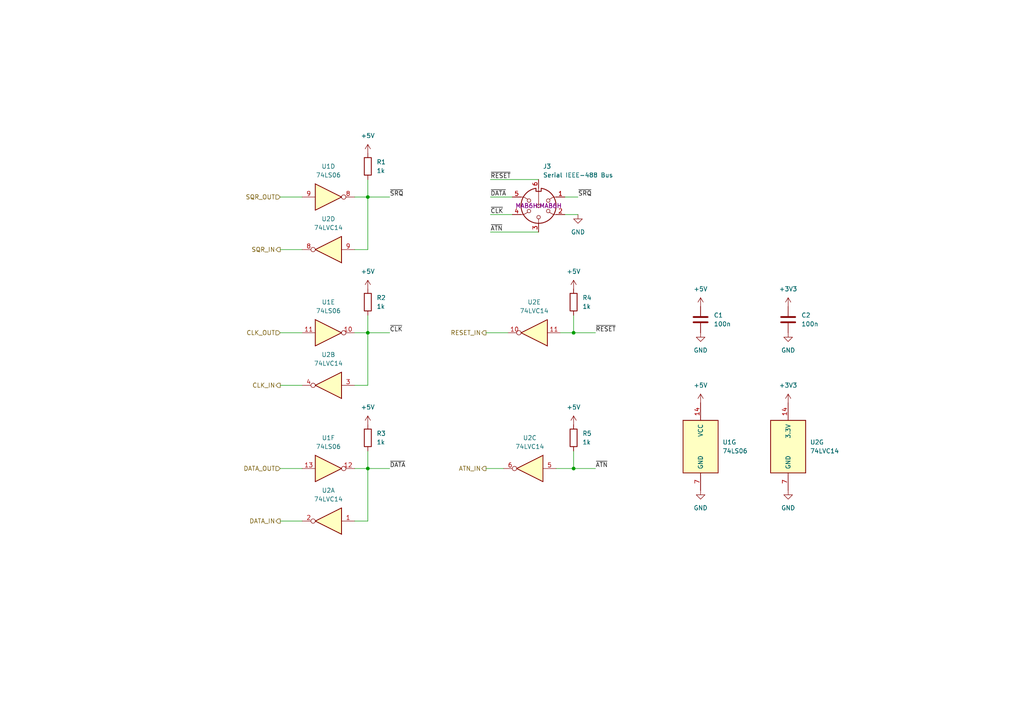
<source format=kicad_sch>
(kicad_sch (version 20211123) (generator eeschema)
  (paper "A4")
  (title_block (title "FPGA - C64 Floppy drive interface board") (date "2022-09-14") (rev "1") (company "Weisz Pál"))
  (lib_symbols
    (symbol "74xx:74LS06" (pin_names (offset 1.016))
      (property "Reference" "U" (at 0 1.27 0))
      (property "Value" "74LS06" (at 0 -1.27 0))
      (symbol "74LS06_1_0"
        (polyline (pts (xy -3.81 3.81) (xy -3.81 -3.81) (xy 3.81 0) (xy -3.81 3.81)) (stroke (width 0.254)) (fill (type background)))
        (pin input line (at -7.62 0 0) (length 3.81) (name "~") (number "1"))
        (pin open_collector inverted (at 7.62 0 180) (length 3.81) (name "~") (number "2"))
      )
      (symbol "74LS06_2_0"
        (polyline (pts (xy -3.81 3.81) (xy -3.81 -3.81) (xy 3.81 0) (xy -3.81 3.81)) (stroke (width 0.254)) (fill (type background)))
        (pin input line (at -7.62 0 0) (length 3.81) (name "~") (number "3"))
        (pin open_collector inverted (at 7.62 0 180) (length 3.81) (name "~") (number "4"))
      )
      (symbol "74LS06_3_0"
        (polyline (pts (xy -3.81 3.81) (xy -3.81 -3.81) (xy 3.81 0) (xy -3.81 3.81)) (stroke (width 0.254)) (fill (type background)))
        (pin input line (at -7.62 0 0) (length 3.81) (name "~") (number "5"))
        (pin open_collector inverted (at 7.62 0 180) (length 3.81) (name "~") (number "6"))
      )
      (symbol "74LS06_4_0"
        (polyline (pts (xy -3.81 3.81) (xy -3.81 -3.81) (xy 3.81 0) (xy -3.81 3.81)) (stroke (width 0.254)) (fill (type background)))
        (pin open_collector inverted (at 7.62 0 180) (length 3.81) (name "~") (number "8"))
        (pin input line (at -7.62 0 0) (length 3.81) (name "~") (number "9"))
      )
      (symbol "74LS06_5_0"
        (polyline (pts (xy -3.81 3.81) (xy -3.81 -3.81) (xy 3.81 0) (xy -3.81 3.81)) (stroke (width 0.254)) (fill (type background)))
        (pin open_collector inverted (at 7.62 0 180) (length 3.81) (name "~") (number "10"))
        (pin input line (at -7.62 0 0) (length 3.81) (name "~") (number "11"))
      )
      (symbol "74LS06_6_0"
        (polyline (pts (xy -3.81 3.81) (xy -3.81 -3.81) (xy 3.81 0) (xy -3.81 3.81)) (stroke (width 0.254)) (fill (type background)))
        (pin open_collector inverted (at 7.62 0 180) (length 3.81) (name "~") (number "12"))
        (pin input line (at -7.62 0 0) (length 3.81) (name "~") (number "13"))
      )
      (symbol "74LS06_7_0"
        (pin power_in line (at 0 12.7 270) (length 5.08) (name "VCC") (number "14"))
        (pin power_in line (at 0 -12.7 90) (length 5.08) (name "GND") (number "7"))
      )
      (symbol "74LS06_7_1"
        (rectangle (start -5.08 7.62) (end 5.08 -7.62) (stroke (width 0.254)) (fill (type background)))
      )
    )
    (symbol "74xx:74LV14" (pin_names (offset 1.016))
      (property "Reference" "U" (at 0 1.27 0))
      (property "Value" "74LV14" (at 0 -1.27 0))
      (symbol "74LV14_1_0"
        (polyline (pts (xy -3.81 3.81) (xy -3.81 -3.81) (xy 3.81 0) (xy -3.81 3.81)) (stroke (width 0.254)) (fill (type background)))
        (pin input line (at -7.62 0 0) (length 3.81) (name "~") (number "1"))
        (pin output inverted (at 7.62 0 180) (length 3.81) (name "~") (number "2"))
      )
      (symbol "74LV14_2_0"
        (polyline (pts (xy -3.81 3.81) (xy -3.81 -3.81) (xy 3.81 0) (xy -3.81 3.81)) (stroke (width 0.254)) (fill (type background)))
        (pin input line (at -7.62 0 0) (length 3.81) (name "~") (number "3"))
        (pin output inverted (at 7.62 0 180) (length 3.81) (name "~") (number "4"))
      )
      (symbol "74LV14_3_0"
        (polyline (pts (xy -3.81 3.81) (xy -3.81 -3.81) (xy 3.81 0) (xy -3.81 3.81)) (stroke (width 0.254)) (fill (type background)))
        (pin input line (at -7.62 0 0) (length 3.81) (name "~") (number "5"))
        (pin output inverted (at 7.62 0 180) (length 3.81) (name "~") (number "6"))
      )
      (symbol "74LV14_4_0"
        (polyline (pts (xy -3.81 3.81) (xy -3.81 -3.81) (xy 3.81 0) (xy -3.81 3.81)) (stroke (width 0.254)) (fill (type background)))
        (pin output inverted (at 7.62 0 180) (length 3.81) (name "~") (number "8"))
        (pin input line (at -7.62 0 0) (length 3.81) (name "~") (number "9"))
      )
      (symbol "74LV14_5_0"
        (polyline (pts (xy -3.81 3.81) (xy -3.81 -3.81) (xy 3.81 0) (xy -3.81 3.81)) (stroke (width 0.254)) (fill (type background)))
        (pin output inverted (at 7.62 0 180) (length 3.81) (name "~") (number "10"))
        (pin input line (at -7.62 0 0) (length 3.81) (name "~") (number "11"))
      )
      (symbol "74LV14_6_0"
        (polyline (pts (xy -3.81 3.81) (xy -3.81 -3.81) (xy 3.81 0) (xy -3.81 3.81)) (stroke (width 0.254)) (fill (type background)))
        (pin output inverted (at 7.62 0 180) (length 3.81) (name "~") (number "12"))
        (pin input line (at -7.62 0 0) (length 3.81) (name "~") (number "13"))
      )
      (symbol "74LV14_7_0"
        (pin power_in line (at 0 12.7 270) (length 5.08) (name "3.3V") (number "14"))
        (pin power_in line (at 0 -12.7 90) (length 5.08) (name "GND") (number "7"))
      )
      (symbol "74LV14_7_1"
        (rectangle (start -5.08 7.62) (end 5.08 -7.62) (stroke (width 0.254)) (fill (type background)))
      )
    )
    (symbol "Connector:DIN-6" (pin_names (offset 1.016))
      (property "Reference" "J" (at 3.175 5.715 0))
      (property "Value" "DIN-6" (at 4.445 -4.445 0))
      (symbol "DIN-6_0_1"
        (arc (start -5.08 0) (mid -3.8597 -3.3379) (end -0.762 -5.08) (stroke (width 0.254)))
        (circle (center -2.794 -1.524) (radius 0.508))
        (circle (center -2.794 1.524) (radius 0.508))
        (polyline (pts (xy 0 -5.08) (xy 0 -0.508)))
        (polyline (pts (xy 0 5.08) (xy 0 3.81)))
        (polyline (pts (xy -5.08 -2.54) (xy -4.318 -2.54) (xy -3.175 -1.905)))
        (polyline (pts (xy -5.08 2.54) (xy -4.318 2.54) (xy -3.175 1.905)))
        (polyline (pts (xy 5.08 -2.54) (xy 4.318 -2.54) (xy 3.175 -1.905)))
        (polyline (pts (xy 5.08 2.54) (xy 4.318 2.54) (xy 3.175 1.905)))
        (polyline (pts (xy -0.762 -4.953) (xy -0.762 -4.191) (xy 0.762 -4.191) (xy 0.762 -4.953)) (stroke (width 0.254)))
        (circle (center 0 0) (radius 0.508))
        (circle (center 0 3.302) (radius 0.508))
        (arc (start 0.762 -5.08) (mid 3.8673 -3.3444) (end 5.08 0) (stroke (width 0.254)))
        (circle (center 2.794 -1.524) (radius 0.508))
        (circle (center 2.794 1.524) (radius 0.508))
        (arc (start 5.08 0) (mid 0 5.08) (end -5.08 0) (stroke (width 0.254)))
      )
      (symbol "DIN-6_1_1"
        (pin passive line (at -7.62 -2.54 0) (length 2.54) (name "~") (number "1"))
        (pin passive line (at -7.62 2.54 0) (length 2.54) (name "~") (number "2"))
        (pin passive line (at 0 7.62 270) (length 2.54) (name "~") (number "3"))
        (pin passive line (at 7.62 2.54 180) (length 2.54) (name "~") (number "4"))
        (pin passive line (at 7.62 -2.54 180) (length 2.54) (name "~") (number "5"))
        (pin passive line (at 0 -7.62 90) (length 2.54) (name "~") (number "6"))
      )
    )
    (symbol "Device:C" (pin_numbers hide) (pin_names (offset 0.254))
      (property "Reference" "C" (at 0.635 2.54 0))
      (property "Value" "C" (at 0.635 -2.54 0))
      (symbol "C_0_1"
        (polyline (pts (xy -2.032 -0.762) (xy 2.032 -0.762)) (stroke (width 0.508)))
        (polyline (pts (xy -2.032 0.762) (xy 2.032 0.762)) (stroke (width 0.508)))
      )
      (symbol "C_1_1"
        (pin passive line (at 0 3.81 270) (length 2.794) (name "~") (number "1"))
        (pin passive line (at 0 -3.81 90) (length 2.794) (name "~") (number "2"))
      )
    )
    (symbol "Device:R" (pin_numbers hide) (pin_names (offset 0))
      (property "Reference" "R" (at 2.032 0 90))
      (property "Value" "R" (at 0 0 90))
      (symbol "R_0_1"
        (rectangle (start -1.016 -2.54) (end 1.016 2.54) (stroke (width 0.254)))
      )
      (symbol "R_1_1"
        (pin passive line (at 0 3.81 270) (length 1.27) (name "~") (number "1"))
        (pin passive line (at 0 -3.81 90) (length 1.27) (name "~") (number "2"))
      )
    )
    (symbol "power:+3V3" (power) (pin_names (offset 0))
      (property "Value" "+3V3" (at 0 3.556 0))
      (symbol "+3V3_0_1"
        (polyline (pts (xy -0.762 1.27) (xy 0 2.54)))
        (polyline (pts (xy 0 0) (xy 0 2.54)))
        (polyline (pts (xy 0 2.54) (xy 0.762 1.27)))
      )
      (symbol "+3V3_1_1"
        (pin power_in line (at 0 0 90) (length 0) hide (name "+3V3") (number "1"))
      )
    )
    (symbol "power:+5V" (power) (pin_names (offset 0))
      (property "Value" "+5V" (at 0 3.556 0))
      (symbol "+5V_0_1"
        (polyline (pts (xy -0.762 1.27) (xy 0 2.54)))
        (polyline (pts (xy 0 0) (xy 0 2.54)))
        (polyline (pts (xy 0 2.54) (xy 0.762 1.27)))
      )
      (symbol "+5V_1_1"
        (pin power_in line (at 0 0 90) (length 0) hide (name "+5V") (number "1"))
      )
    )
    (symbol "power:GND" (power) (pin_names (offset 0))
      (property "Value" "GND" (at 0 -3.81 0))
      (symbol "GND_0_1"
        (polyline (pts (xy 0 0) (xy 0 -1.27) (xy 1.27 -1.27) (xy 0 -2.54) (xy -1.27 -1.27) (xy 0 -1.27)))
      )
      (symbol "GND_1_1"
        (pin power_in line (at 0 0 270) (length 0) hide (name "GND") (number "1"))
      )
    )
  )
  (junction (at 166.37 135.89))
  (junction (at 106.68 96.52))
  (junction (at 106.68 135.89))
  (junction (at 106.68 57.15))
  (junction (at 166.37 96.52))
  (wire (pts (xy 163.83 62.23) (xy 167.64 62.23)))
  (wire (pts (xy 81.28 72.39) (xy 87.63 72.39)))
  (wire (pts (xy 106.68 72.39) (xy 106.68 57.15)))
  (wire (pts (xy 87.63 151.13) (xy 81.28 151.13)))
  (wire (pts (xy 167.64 57.15) (xy 163.83 57.15)))
  (wire (pts (xy 106.68 96.52) (xy 113.03 96.52)))
  (wire (pts (xy 81.28 96.52) (xy 87.63 96.52)))
  (wire (pts (xy 142.24 57.15) (xy 148.59 57.15)))
  (wire (pts (xy 81.28 57.15) (xy 87.63 57.15)))
  (wire (pts (xy 142.24 52.07) (xy 156.21 52.07)))
  (wire (pts (xy 161.29 135.89) (xy 166.37 135.89)))
  (wire (pts (xy 140.97 96.52) (xy 147.32 96.52)))
  (wire (pts (xy 146.05 135.89) (xy 140.97 135.89)))
  (wire (pts (xy 106.68 130.81) (xy 106.68 135.89)))
  (wire (pts (xy 166.37 96.52) (xy 172.72 96.52)))
  (wire (pts (xy 102.87 72.39) (xy 106.68 72.39)))
  (wire (pts (xy 162.56 96.52) (xy 166.37 96.52)))
  (wire (pts (xy 87.63 111.76) (xy 81.28 111.76)))
  (wire (pts (xy 142.24 62.23) (xy 148.59 62.23)))
  (wire (pts (xy 106.68 151.13) (xy 106.68 135.89)))
  (wire (pts (xy 106.68 57.15) (xy 113.03 57.15)))
  (wire (pts (xy 106.68 52.07) (xy 106.68 57.15)))
  (wire (pts (xy 106.68 96.52) (xy 106.68 111.76)))
  (wire (pts (xy 166.37 130.81) (xy 166.37 135.89)))
  (wire (pts (xy 166.37 91.44) (xy 166.37 96.52)))
  (wire (pts (xy 106.68 135.89) (xy 113.03 135.89)))
  (wire (pts (xy 102.87 135.89) (xy 106.68 135.89)))
  (wire (pts (xy 166.37 135.89) (xy 172.72 135.89)))
  (wire (pts (xy 106.68 91.44) (xy 106.68 96.52)))
  (wire (pts (xy 156.21 67.31) (xy 142.24 67.31)))
  (wire (pts (xy 102.87 151.13) (xy 106.68 151.13)))
  (wire (pts (xy 102.87 96.52) (xy 106.68 96.52)))
  (wire (pts (xy 102.87 57.15) (xy 106.68 57.15)))
  (wire (pts (xy 106.68 111.76) (xy 102.87 111.76)))
  (wire (pts (xy 81.28 135.89) (xy 87.63 135.89)))
  (label "~{RESET}" (at 172.72 96.52 0))
  (label "~{CLK}" (at 142.24 62.23 0))
  (label "~{RESET}" (at 142.24 52.07 0))
  (label "~{ATN}" (at 172.72 135.89 0))
  (label "~{DATA}" (at 113.03 135.89 0))
  (label "~{SRQ}" (at 167.64 57.15 0))
  (label "~{SRQ}" (at 113.03 57.15 0))
  (label "~{DATA}" (at 142.24 57.15 0))
  (label "~{ATN}" (at 142.24 67.31 0))
  (label "~{CLK}" (at 113.03 96.52 0))
  (hierarchical_label "CLK_OUT" (shape input) (at 81.28 96.52 180))
  (hierarchical_label "RESET_IN" (shape output) (at 140.97 96.52 180))
  (hierarchical_label "CLK_IN" (shape output) (at 81.28 111.76 180))
  (hierarchical_label "SQR_OUT" (shape input) (at 81.28 57.15 180))
  (hierarchical_label "ATN_IN" (shape output) (at 140.97 135.89 180))
  (hierarchical_label "DATA_IN" (shape output) (at 81.28 151.13 180))
  (hierarchical_label "SQR_IN" (shape output) (at 81.28 72.39 180))
  (hierarchical_label "DATA_OUT" (shape input) (at 81.28 135.89 180))
  (symbol (lib_id "power:GND") (at 203.2 96.52 0) (unit 1)
    (property "Reference" "#PWR023" (effects hide))
    (property "Value" "GND" (at 203.2 101.6 0))
  )
  (symbol (lib_id "power:+5V") (at 106.68 83.82 0) (unit 1)
    (property "Reference" "#PWR017" (effects hide))
    (property "Value" "+5V" (at 106.68 78.74 0))
  )
  (symbol (lib_id "74xx:74LS06") (at 95.25 57.15 0) (unit 4)
    (property "Reference" "U1" (at 95.25 48.26 0))
    (property "Value" "74LS06" (at 95.25 50.8 0))
    (property "Footprint" "Package_SO:SOIC-14_3.9x8.7mm_P1.27mm" (effects hide))
    (property "Datasheet" "http://www.ti.com/lit/gpn/sn74LS06" (effects hide))
  )
  (symbol (lib_id "power:GND") (at 203.2 142.24 0) (unit 1)
    (property "Reference" "#PWR025" (effects hide))
    (property "Value" "GND" (at 203.2 147.32 0))
  )
  (symbol (lib_id "74xx:74LS06") (at 95.25 135.89 0) (unit 6)
    (property "Reference" "U1" (at 95.25 127 0))
    (property "Value" "74LS06" (at 95.25 129.54 0))
    (property "Footprint" "Package_SO:SOIC-14_3.9x8.7mm_P1.27mm" (effects hide))
    (property "Datasheet" "http://www.ti.com/lit/gpn/sn74LS06" (effects hide))
  )
  (symbol (lib_id "power:GND") (at 228.6 142.24 0) (unit 1)
    (property "Reference" "#PWR029" (effects hide))
    (property "Value" "GND" (at 228.6 147.32 0))
  )
  (symbol (lib_id "power:+3V3") (at 228.6 116.84 0) (unit 1)
    (property "Reference" "#PWR028" (effects hide))
    (property "Value" "+3V3" (at 228.6 111.76 0))
  )
  (symbol (lib_id "Device:C") (at 228.6 92.71 0) (unit 1)
    (property "Reference" "C2" (at 232.41 91.4399 0) (effects (justify left)))
    (property "Value" "100n" (at 232.41 93.9799 0) (effects (justify left)))
    (property "Footprint" "Capacitor_SMD:C_0805_2012Metric_Pad1.18x1.45mm_HandSolder" (effects hide))
  )
  (symbol (lib_id "power:+5V") (at 106.68 123.19 0) (unit 1)
    (property "Reference" "#PWR018" (effects hide))
    (property "Value" "+5V" (at 106.68 118.11 0))
  )
  (symbol (lib_id "Connector:DIN-6") (at 156.21 59.69 180) (unit 1)
    (property "Reference" "J3" (at 157.48 48.26 0) (effects (justify right)))
    (property "Value" "Serial IEEE-488 Bus" (at 157.48 50.8 0) (effects (justify right)))
    (property "Footprint" "MAB6H:MAB6H" (at 156.21 59.69 0))
    (property "Datasheet" "http://www.mouser.com/ds/2/18/40_c091_abd_e-75918.pdf" (effects hide))
  )
  (symbol (lib_id "74xx:74LS06") (at 95.25 96.52 0) (unit 5)
    (property "Reference" "U1" (at 95.25 87.63 0))
    (property "Value" "74LS06" (at 95.25 90.17 0))
    (property "Footprint" "Package_SO:SOIC-14_3.9x8.7mm_P1.27mm" (effects hide))
    (property "Datasheet" "http://www.ti.com/lit/gpn/sn74LS06" (effects hide))
  )
  (symbol (lib_id "74xx:74LV14") (at 95.25 151.13 180) (unit 1)
    (property "Reference" "U2" (at 95.25 142.24 0))
    (property "Value" "74LVC14" (at 95.25 144.78 0))
    (property "Footprint" "Package_SO:SOIC-14_3.9x8.7mm_P1.27mm" (effects hide))
    (property "Datasheet" "http://www.ti.com/lit/gpn/sn74LV14" (effects hide))
  )
  (symbol (lib_id "Device:R") (at 106.68 87.63 0) (unit 1)
    (property "Reference" "R2" (at 109.22 86.3599 0) (effects (justify left)))
    (property "Value" "1k" (at 109.22 88.8999 0) (effects (justify left)))
    (property "Footprint" "Resistor_SMD:R_0805_2012Metric_Pad1.20x1.40mm_HandSolder" (effects hide))
  )
  (symbol (lib_id "power:GND") (at 167.64 62.23 0) (unit 1)
    (property "Reference" "#PWR021" (effects hide))
    (property "Value" "GND" (at 167.64 67.31 0))
  )
  (symbol (lib_id "Device:R") (at 106.68 48.26 0) (unit 1)
    (property "Reference" "R1" (at 109.22 46.9899 0) (effects (justify left)))
    (property "Value" "1k" (at 109.22 49.5299 0) (effects (justify left)))
    (property "Footprint" "Resistor_SMD:R_0805_2012Metric_Pad1.20x1.40mm_HandSolder" (effects hide))
  )
  (symbol (lib_id "power:+5V") (at 166.37 123.19 0) (unit 1)
    (property "Reference" "#PWR020" (effects hide))
    (property "Value" "+5V" (at 166.37 118.11 0))
  )
  (symbol (lib_id "power:+5V") (at 203.2 88.9 0) (unit 1)
    (property "Reference" "#PWR022" (effects hide))
    (property "Value" "+5V" (at 203.2 83.82 0))
  )
  (symbol (lib_id "Device:R") (at 166.37 87.63 0) (unit 1)
    (property "Reference" "R4" (at 168.91 86.3599 0) (effects (justify left)))
    (property "Value" "1k" (at 168.91 88.8999 0) (effects (justify left)))
    (property "Footprint" "Resistor_SMD:R_0805_2012Metric_Pad1.20x1.40mm_HandSolder" (effects hide))
  )
  (symbol (lib_id "74xx:74LS06") (at 203.2 129.54 0) (unit 7)
    (property "Reference" "U1" (at 209.55 128.2699 0) (effects (justify left)))
    (property "Value" "74LS06" (at 209.55 130.8099 0) (effects (justify left)))
    (property "Footprint" "Package_SO:SOIC-14_3.9x8.7mm_P1.27mm" (effects hide))
    (property "Datasheet" "http://www.ti.com/lit/gpn/sn74LS06" (effects hide))
  )
  (symbol (lib_id "power:GND") (at 228.6 96.52 0) (unit 1)
    (property "Reference" "#PWR027" (effects hide))
    (property "Value" "GND" (at 228.6 101.6 0))
  )
  (symbol (lib_id "74xx:74LV14") (at 95.25 72.39 180) (unit 4)
    (property "Reference" "U2" (at 95.25 63.5 0))
    (property "Value" "74LVC14" (at 95.25 66.04 0))
    (property "Footprint" "Package_SO:SOIC-14_3.9x8.7mm_P1.27mm" (effects hide))
    (property "Datasheet" "http://www.ti.com/lit/gpn/sn74LV14" (effects hide))
  )
  (symbol (lib_id "74xx:74LV14") (at 153.67 135.89 0) (mirror y) (unit 3)
    (property "Reference" "U2" (at 153.67 127 0))
    (property "Value" "74LVC14" (at 153.67 129.54 0))
    (property "Footprint" "Package_SO:SOIC-14_3.9x8.7mm_P1.27mm" (effects hide))
    (property "Datasheet" "http://www.ti.com/lit/gpn/sn74LV14" (effects hide))
  )
  (symbol (lib_id "Device:C") (at 203.2 92.71 0) (unit 1)
    (property "Reference" "C1" (at 207.01 91.4399 0) (effects (justify left)))
    (property "Value" "100n" (at 207.01 93.9799 0) (effects (justify left)))
    (property "Footprint" "Capacitor_SMD:C_0805_2012Metric_Pad1.18x1.45mm_HandSolder" (effects hide))
  )
  (symbol (lib_id "power:+5V") (at 166.37 83.82 0) (unit 1)
    (property "Reference" "#PWR019" (effects hide))
    (property "Value" "+5V" (at 166.37 78.74 0))
  )
  (symbol (lib_id "74xx:74LV14") (at 154.94 96.52 180) (unit 5)
    (property "Reference" "U2" (at 154.94 87.63 0))
    (property "Value" "74LVC14" (at 154.94 90.17 0))
    (property "Footprint" "Package_SO:SOIC-14_3.9x8.7mm_P1.27mm" (effects hide))
    (property "Datasheet" "http://www.ti.com/lit/gpn/sn74LV14" (effects hide))
  )
  (symbol (lib_id "74xx:74LV14") (at 228.6 129.54 0) (unit 7)
    (property "Reference" "U2" (at 234.95 128.2699 0) (effects (justify left)))
    (property "Value" "74LVC14" (at 234.95 130.8099 0) (effects (justify left)))
    (property "Footprint" "Package_SO:SOIC-14_3.9x8.7mm_P1.27mm" (effects hide))
    (property "Datasheet" "http://www.ti.com/lit/gpn/sn74LV14" (effects hide))
  )
  (symbol (lib_id "power:+3V3") (at 228.6 88.9 0) (unit 1)
    (property "Reference" "#PWR026" (effects hide))
    (property "Value" "+3V3" (at 228.6 83.82 0))
  )
  (symbol (lib_id "Device:R") (at 106.68 127 0) (unit 1)
    (property "Reference" "R3" (at 109.22 125.7299 0) (effects (justify left)))
    (property "Value" "1k" (at 109.22 128.2699 0) (effects (justify left)))
    (property "Footprint" "Resistor_SMD:R_0805_2012Metric_Pad1.20x1.40mm_HandSolder" (effects hide))
  )
  (symbol (lib_id "74xx:74LV14") (at 95.25 111.76 180) (unit 2)
    (property "Reference" "U2" (at 95.25 102.87 0))
    (property "Value" "74LVC14" (at 95.25 105.41 0))
    (property "Footprint" "Package_SO:SOIC-14_3.9x8.7mm_P1.27mm" (effects hide))
    (property "Datasheet" "http://www.ti.com/lit/gpn/sn74LV14" (effects hide))
  )
  (symbol (lib_id "Device:R") (at 166.37 127 0) (unit 1)
    (property "Reference" "R5" (at 168.91 125.7299 0) (effects (justify left)))
    (property "Value" "1k" (at 168.91 128.2699 0) (effects (justify left)))
    (property "Footprint" "Resistor_SMD:R_0805_2012Metric_Pad1.20x1.40mm_HandSolder" (effects hide))
  )
  (symbol (lib_id "power:+5V") (at 106.68 44.45 0) (unit 1)
    (property "Reference" "#PWR016" (effects hide))
    (property "Value" "+5V" (at 106.68 39.37 0))
  )
  (symbol (lib_id "power:+5V") (at 203.2 116.84 0) (unit 1)
    (property "Reference" "#PWR024" (effects hide))
    (property "Value" "+5V" (at 203.2 111.76 0))
  )
)
</source>
